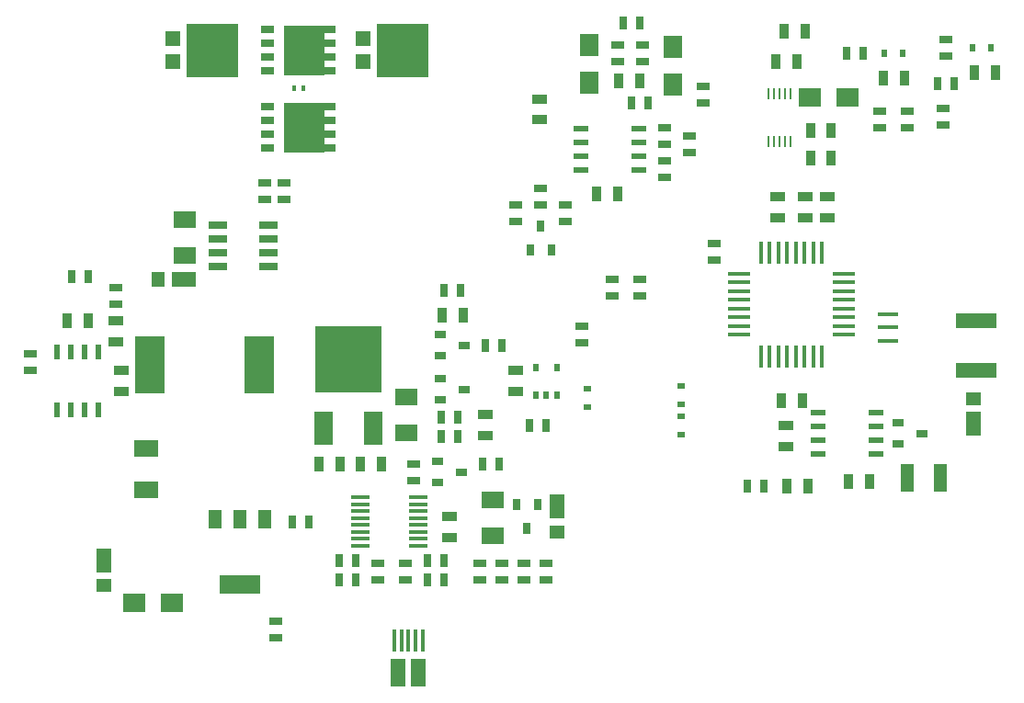
<source format=gtp>
G04 (created by PCBNEW (2013-07-07 BZR 4022)-stable) date 4/21/2018 10:45:42 AM*
%MOIN*%
G04 Gerber Fmt 3.4, Leading zero omitted, Abs format*
%FSLAX34Y34*%
G01*
G70*
G90*
G04 APERTURE LIST*
%ADD10C,0.00590551*%
%ADD11R,0.045X0.025*%
%ADD12R,0.0748031X0.015748*%
%ADD13R,0.0512X0.0709*%
%ADD14R,0.1496X0.0709*%
%ADD15R,0.0394X0.0315*%
%ADD16R,0.055X0.035*%
%ADD17R,0.035X0.055*%
%ADD18R,0.025X0.045*%
%ADD19R,0.0551X0.0236*%
%ADD20R,0.0177X0.0787*%
%ADD21R,0.0787X0.0177*%
%ADD22R,0.065X0.016*%
%ADD23R,0.188976X0.19685*%
%ADD24R,0.0551181X0.0551181*%
%ADD25R,0.0866X0.063*%
%ADD26R,0.0236X0.0551*%
%ADD27R,0.0106X0.0394*%
%ADD28R,0.0669X0.0827*%
%ADD29R,0.0827X0.0669*%
%ADD30R,0.05X0.1*%
%ADD31R,0.08X0.06*%
%ADD32R,0.065X0.12*%
%ADD33R,0.24X0.24*%
%ADD34R,0.0452756X0.0295276*%
%ADD35R,0.147638X0.179528*%
%ADD36R,0.0157X0.0236*%
%ADD37R,0.0236X0.0315*%
%ADD38R,0.0315X0.0236*%
%ADD39R,0.0551181X0.0905512*%
%ADD40R,0.0551181X0.0492126*%
%ADD41R,0.0905512X0.0551181*%
%ADD42R,0.0492126X0.0551181*%
%ADD43R,0.02X0.03*%
%ADD44R,0.0315X0.0394*%
%ADD45R,0.07X0.028*%
%ADD46R,0.110236X0.208661*%
%ADD47R,0.15X0.055*%
%ADD48R,0.0541339X0.0984252*%
%ADD49R,0.015748X0.0787402*%
G04 APERTURE END LIST*
G54D10*
G54D11*
X55400Y-24500D03*
X55400Y-25100D03*
G54D12*
X62100Y-32787D03*
X62100Y-33260D03*
X62100Y-33732D03*
G54D13*
X39506Y-40219D03*
X38600Y-40219D03*
X37694Y-40219D03*
G54D14*
X38600Y-42581D03*
G54D15*
X63333Y-37100D03*
X62467Y-37475D03*
X62467Y-36725D03*
X46633Y-38500D03*
X45767Y-38875D03*
X45767Y-38125D03*
G54D16*
X46200Y-40125D03*
X46200Y-40875D03*
G54D17*
X61413Y-38833D03*
X60663Y-38833D03*
G54D16*
X47500Y-37175D03*
X47500Y-36425D03*
X59100Y-28525D03*
X59100Y-29275D03*
G54D17*
X58975Y-35910D03*
X58225Y-35910D03*
G54D18*
X42200Y-41700D03*
X42800Y-41700D03*
X46000Y-41700D03*
X45400Y-41700D03*
G54D19*
X61655Y-36350D03*
X59555Y-36350D03*
X61655Y-36850D03*
X61655Y-37350D03*
X61655Y-37850D03*
X59555Y-36850D03*
X59555Y-37350D03*
X59555Y-37850D03*
G54D20*
X59693Y-34296D03*
X59378Y-34296D03*
X59063Y-34296D03*
X58748Y-34296D03*
X58433Y-34296D03*
X58118Y-34296D03*
X57803Y-34296D03*
X57488Y-34296D03*
X57490Y-30530D03*
X59700Y-30530D03*
X59380Y-30530D03*
X59060Y-30530D03*
X58750Y-30530D03*
X58430Y-30530D03*
X58120Y-30530D03*
X57800Y-30530D03*
G54D21*
X56700Y-33512D03*
X56700Y-33198D03*
X56700Y-32882D03*
X56700Y-32568D03*
X56700Y-32252D03*
X56700Y-31938D03*
X56700Y-31622D03*
X56700Y-31308D03*
X60480Y-33510D03*
X60480Y-33200D03*
X60480Y-32880D03*
X60480Y-32570D03*
X60480Y-32260D03*
X60480Y-31940D03*
X60480Y-31620D03*
X60480Y-31300D03*
G54D16*
X34300Y-34825D03*
X34300Y-35575D03*
X59900Y-29275D03*
X59900Y-28525D03*
G54D17*
X52325Y-24300D03*
X53075Y-24300D03*
G54D22*
X42950Y-40175D03*
X42950Y-40425D03*
X42950Y-40675D03*
X42950Y-40925D03*
X45050Y-39425D03*
X42950Y-39425D03*
X42950Y-39675D03*
X42950Y-39925D03*
X45050Y-41175D03*
X45050Y-40925D03*
X45050Y-40675D03*
X45050Y-40425D03*
X45050Y-40175D03*
X45050Y-39925D03*
X42950Y-41175D03*
X45050Y-39675D03*
G54D18*
X46000Y-42400D03*
X45400Y-42400D03*
X42200Y-42400D03*
X42800Y-42400D03*
G54D17*
X42965Y-38220D03*
X43715Y-38220D03*
X60025Y-26100D03*
X59275Y-26100D03*
X33075Y-33000D03*
X32325Y-33000D03*
G54D23*
X37600Y-23200D03*
G54D24*
X36143Y-22786D03*
X36143Y-23613D03*
G54D23*
X44500Y-23200D03*
G54D24*
X43043Y-22786D03*
X43043Y-23613D03*
G54D25*
X35200Y-39148D03*
X35200Y-37652D03*
G54D11*
X44900Y-38800D03*
X44900Y-38200D03*
G54D18*
X45900Y-36500D03*
X46500Y-36500D03*
G54D11*
X44600Y-42400D03*
X44600Y-41800D03*
X43600Y-42400D03*
X43600Y-41800D03*
G54D18*
X57600Y-39000D03*
X57000Y-39000D03*
G54D11*
X52300Y-23000D03*
X52300Y-23600D03*
G54D18*
X45900Y-37200D03*
X46500Y-37200D03*
G54D11*
X49700Y-41800D03*
X49700Y-42400D03*
G54D18*
X32500Y-31400D03*
X33100Y-31400D03*
G54D11*
X31000Y-34200D03*
X31000Y-34800D03*
G54D18*
X47500Y-33900D03*
X48100Y-33900D03*
G54D11*
X39900Y-44500D03*
X39900Y-43900D03*
X39500Y-28000D03*
X39500Y-28600D03*
X40200Y-28000D03*
X40200Y-28600D03*
X51000Y-33200D03*
X51000Y-33800D03*
G54D18*
X48000Y-38200D03*
X47400Y-38200D03*
G54D26*
X33450Y-36250D03*
X33450Y-34150D03*
X32950Y-36250D03*
X32450Y-36250D03*
X31950Y-36250D03*
X32950Y-34150D03*
X32450Y-34150D03*
X31950Y-34150D03*
G54D17*
X58775Y-23600D03*
X58025Y-23600D03*
G54D11*
X53200Y-23000D03*
X53200Y-23600D03*
G54D19*
X53050Y-26050D03*
X50950Y-26050D03*
X53050Y-26550D03*
X53050Y-27050D03*
X53050Y-27550D03*
X50950Y-26550D03*
X50950Y-27050D03*
X50950Y-27550D03*
G54D27*
X57750Y-26525D03*
X57950Y-26525D03*
X58150Y-26525D03*
X58350Y-26525D03*
X58550Y-26525D03*
X58550Y-24775D03*
X58350Y-24775D03*
X58150Y-24775D03*
X57950Y-24775D03*
X57750Y-24775D03*
G54D11*
X54000Y-26000D03*
X54000Y-26600D03*
X54000Y-27800D03*
X54000Y-27200D03*
G54D17*
X58325Y-22500D03*
X59075Y-22500D03*
X60025Y-27100D03*
X59275Y-27100D03*
G54D11*
X48900Y-41800D03*
X48900Y-42400D03*
G54D17*
X52275Y-28400D03*
X51525Y-28400D03*
G54D28*
X51250Y-24381D03*
X51250Y-23019D03*
X54300Y-24431D03*
X54300Y-23069D03*
G54D29*
X34769Y-43250D03*
X36131Y-43250D03*
X59269Y-24900D03*
X60631Y-24900D03*
G54D30*
X64000Y-38700D03*
X62800Y-38700D03*
G54D16*
X58400Y-37575D03*
X58400Y-36825D03*
G54D17*
X41465Y-38220D03*
X42215Y-38220D03*
G54D31*
X44640Y-35770D03*
X44640Y-37070D03*
G54D32*
X41640Y-36920D03*
G54D33*
X42540Y-34420D03*
G54D32*
X43440Y-36920D03*
G54D34*
X39579Y-25250D03*
X39579Y-25750D03*
X39579Y-26250D03*
X39579Y-26750D03*
X41820Y-26750D03*
X41820Y-26250D03*
X41820Y-25750D03*
X41820Y-25250D03*
G54D35*
X40908Y-26000D03*
G54D34*
X39579Y-22450D03*
X39579Y-22950D03*
X39579Y-23450D03*
X39579Y-23950D03*
X41820Y-23950D03*
X41820Y-23450D03*
X41820Y-22950D03*
X41820Y-22450D03*
G54D35*
X40908Y-23200D03*
G54D11*
X48100Y-41800D03*
X48100Y-42400D03*
X52100Y-31500D03*
X52100Y-32100D03*
X53100Y-31500D03*
X53100Y-32100D03*
G54D36*
X40543Y-24590D03*
X40897Y-24590D03*
G54D15*
X46733Y-35500D03*
X45867Y-35875D03*
X45867Y-35125D03*
G54D31*
X47750Y-39500D03*
X47750Y-40800D03*
G54D16*
X58100Y-28525D03*
X58100Y-29275D03*
G54D15*
X46733Y-33900D03*
X45867Y-34275D03*
X45867Y-33525D03*
G54D17*
X46675Y-32800D03*
X45925Y-32800D03*
X59175Y-39000D03*
X58425Y-39000D03*
G54D37*
X65165Y-23100D03*
X65835Y-23100D03*
X62635Y-23300D03*
X61965Y-23300D03*
G54D38*
X54600Y-36035D03*
X54600Y-35365D03*
X51200Y-36135D03*
X51200Y-35465D03*
X54600Y-37135D03*
X54600Y-36465D03*
G54D39*
X33650Y-41697D03*
G54D40*
X33650Y-42612D03*
G54D41*
X36552Y-31500D03*
G54D42*
X35637Y-31500D03*
G54D31*
X36600Y-29350D03*
X36600Y-30650D03*
G54D16*
X48600Y-34825D03*
X48600Y-35575D03*
X34100Y-33025D03*
X34100Y-33775D03*
G54D17*
X62675Y-24200D03*
X61925Y-24200D03*
X65225Y-24000D03*
X65975Y-24000D03*
G54D11*
X61800Y-26000D03*
X61800Y-25400D03*
G54D18*
X52800Y-25100D03*
X53400Y-25100D03*
G54D11*
X34100Y-32400D03*
X34100Y-31800D03*
G54D18*
X41100Y-40300D03*
X40500Y-40300D03*
G54D11*
X54900Y-26300D03*
X54900Y-26900D03*
X55800Y-30200D03*
X55800Y-30800D03*
G54D18*
X63900Y-24400D03*
X64500Y-24400D03*
G54D11*
X49500Y-28800D03*
X49500Y-28200D03*
G54D18*
X49700Y-36800D03*
X49100Y-36800D03*
X60600Y-23300D03*
X61200Y-23300D03*
G54D11*
X62800Y-25400D03*
X62800Y-26000D03*
X64100Y-25300D03*
X64100Y-25900D03*
G54D18*
X46000Y-31900D03*
X46600Y-31900D03*
G54D11*
X64200Y-22800D03*
X64200Y-23400D03*
X47300Y-41800D03*
X47300Y-42400D03*
G54D43*
X49325Y-35700D03*
X50075Y-35700D03*
X49325Y-34700D03*
X49700Y-35700D03*
X50075Y-34700D03*
G54D44*
X49500Y-29567D03*
X49875Y-30433D03*
X49125Y-30433D03*
G54D16*
X49450Y-24975D03*
X49450Y-25725D03*
G54D11*
X48600Y-29400D03*
X48600Y-28800D03*
X50400Y-28800D03*
X50400Y-29400D03*
G54D45*
X39625Y-31050D03*
X39625Y-30550D03*
X39625Y-30050D03*
X39625Y-29550D03*
X37775Y-29550D03*
X37775Y-30050D03*
X37775Y-30550D03*
X37775Y-31050D03*
G54D46*
X35311Y-34600D03*
X39288Y-34600D03*
G54D18*
X53100Y-22200D03*
X52500Y-22200D03*
G54D39*
X65200Y-36752D03*
G54D40*
X65200Y-35837D03*
G54D39*
X50100Y-39747D03*
G54D40*
X50100Y-40662D03*
G54D47*
X65300Y-34800D03*
X65300Y-33000D03*
G54D44*
X49000Y-40533D03*
X48625Y-39667D03*
X49375Y-39667D03*
G54D48*
X44330Y-45778D03*
X45069Y-45778D03*
G54D49*
X44188Y-44597D03*
X44444Y-44597D03*
X44700Y-44597D03*
X44956Y-44597D03*
X45212Y-44597D03*
M02*

</source>
